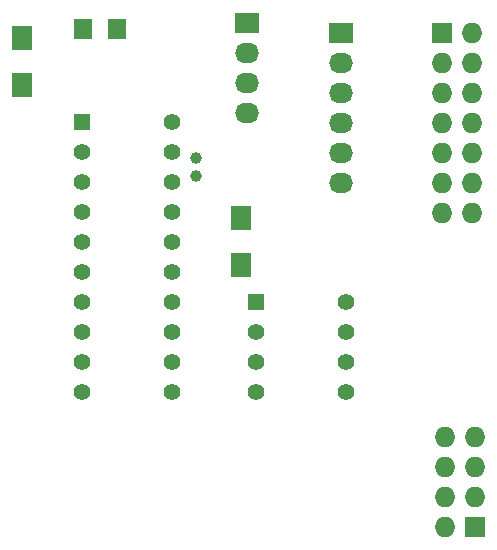
<source format=gbr>
G04 #@! TF.FileFunction,Soldermask,Top*
%FSLAX46Y46*%
G04 Gerber Fmt 4.6, Leading zero omitted, Abs format (unit mm)*
G04 Created by KiCad (PCBNEW (after 2015-mar-04 BZR unknown)-product) date 10/04/2015 18:40:57*
%MOMM*%
G01*
G04 APERTURE LIST*
%ADD10C,0.100000*%
%ADD11R,1.597660X1.800860*%
%ADD12R,1.727200X1.727200*%
%ADD13O,1.727200X1.727200*%
%ADD14R,2.032000X1.727200*%
%ADD15O,2.032000X1.727200*%
%ADD16R,1.700000X2.000000*%
%ADD17R,1.397000X1.397000*%
%ADD18C,1.397000*%
%ADD19C,1.000760*%
G04 APERTURE END LIST*
D10*
D11*
X113388140Y-53340000D03*
X116227860Y-53340000D03*
D12*
X143764000Y-53721000D03*
D13*
X146304000Y-53721000D03*
X143764000Y-56261000D03*
X146304000Y-56261000D03*
X143764000Y-58801000D03*
X146304000Y-58801000D03*
X143764000Y-61341000D03*
X146304000Y-61341000D03*
X143764000Y-63881000D03*
X146304000Y-63881000D03*
X143764000Y-66421000D03*
X146304000Y-66421000D03*
X143764000Y-68961000D03*
X146304000Y-68961000D03*
D14*
X127254000Y-52832000D03*
D15*
X127254000Y-55372000D03*
X127254000Y-57912000D03*
X127254000Y-60452000D03*
D14*
X135255000Y-53721000D03*
D15*
X135255000Y-56261000D03*
X135255000Y-58801000D03*
X135255000Y-61341000D03*
X135255000Y-63881000D03*
X135255000Y-66421000D03*
D16*
X126746000Y-73374000D03*
X126746000Y-69374000D03*
X108204000Y-58134000D03*
X108204000Y-54134000D03*
D17*
X113284000Y-61214000D03*
D18*
X113284000Y-63754000D03*
X113284000Y-66294000D03*
X113284000Y-68834000D03*
X113284000Y-71374000D03*
X113284000Y-73914000D03*
X113284000Y-76454000D03*
X113284000Y-78994000D03*
X113284000Y-81534000D03*
X113284000Y-84074000D03*
X120904000Y-84074000D03*
X120904000Y-81534000D03*
X120904000Y-78994000D03*
X120904000Y-76454000D03*
X120904000Y-73914000D03*
X120904000Y-71374000D03*
X120904000Y-68834000D03*
X120904000Y-66294000D03*
X120904000Y-63754000D03*
X120904000Y-61214000D03*
D12*
X146558000Y-95504000D03*
D13*
X144018000Y-95504000D03*
X146558000Y-92964000D03*
X144018000Y-92964000D03*
X146558000Y-90424000D03*
X144018000Y-90424000D03*
X146558000Y-87884000D03*
X144018000Y-87884000D03*
D17*
X128016000Y-76454000D03*
D18*
X128016000Y-78994000D03*
X128016000Y-81534000D03*
X128016000Y-84074000D03*
X135636000Y-84074000D03*
X135636000Y-81534000D03*
X135636000Y-78994000D03*
X135636000Y-76454000D03*
D19*
X122936000Y-64274700D03*
X122936000Y-65773300D03*
M02*

</source>
